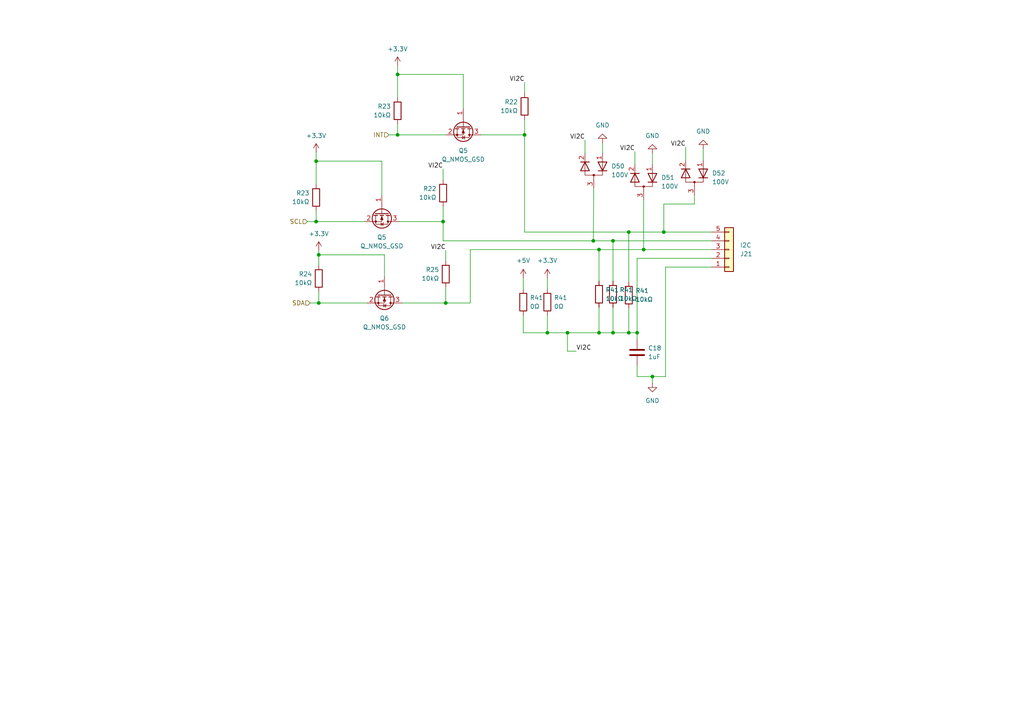
<source format=kicad_sch>
(kicad_sch (version 20230121) (generator eeschema)
  (paper "A4")
  (lib_symbols
    (symbol "Connector_Generic:Conn_01x05" (pin_names (offset 1.016) hide)
      (property "Reference" "J" (at 0 7.62 0))
      (property "Value" "Conn_01x05" (at 0 -7.62 0))
      (symbol "Conn_01x05_1_1"
        (rectangle (start -1.27 -4.953) (end 0 -5.207) (stroke (width 0.1524)))
        (rectangle (start -1.27 -2.413) (end 0 -2.667) (stroke (width 0.1524)))
        (rectangle (start -1.27 0.127) (end 0 -0.127) (stroke (width 0.1524)))
        (rectangle (start -1.27 2.667) (end 0 2.413) (stroke (width 0.1524)))
        (rectangle (start -1.27 5.207) (end 0 4.953) (stroke (width 0.1524)))
        (rectangle (start -1.27 6.35) (end 1.27 -6.35) (stroke (width 0.254)) (fill (type background)))
        (pin passive line (at -5.08 5.08 0) (length 3.81) (name "Pin_1") (number "1"))
        (pin passive line (at -5.08 2.54 0) (length 3.81) (name "Pin_2") (number "2"))
        (pin passive line (at -5.08 0 0) (length 3.81) (name "Pin_3") (number "3"))
        (pin passive line (at -5.08 -2.54 0) (length 3.81) (name "Pin_4") (number "4"))
        (pin passive line (at -5.08 -5.08 0) (length 3.81) (name "Pin_5") (number "5"))
      )
    )
    (symbol "Device:C" (pin_numbers hide) (pin_names (offset 0.254))
      (property "Reference" "C" (at 0.635 2.54 0))
      (property "Value" "C" (at 0.635 -2.54 0))
      (symbol "C_0_1"
        (polyline (pts (xy -2.032 -0.762) (xy 2.032 -0.762)) (stroke (width 0.508)))
        (polyline (pts (xy -2.032 0.762) (xy 2.032 0.762)) (stroke (width 0.508)))
      )
      (symbol "C_1_1"
        (pin passive line (at 0 3.81 270) (length 2.794) (name "~") (number "1"))
        (pin passive line (at 0 -3.81 90) (length 2.794) (name "~") (number "2"))
      )
    )
    (symbol "Device:D_Dual_Series_AKC_Parallel" (pin_names (offset 0.762) hide)
      (property "Reference" "D" (at 0 5.08 0))
      (property "Value" "D_Dual_Series_AKC_Parallel" (at 0 -5.08 0))
      (symbol "D_Dual_Series_AKC_Parallel_0_0"
        (polyline (pts (xy 0 -1.27) (xy 0 -3.81)) (stroke (width 0.254)))
        (polyline (pts (xy 2.54 3.81) (xy 2.54 1.27)) (stroke (width 0.254)))
      )
      (symbol "D_Dual_Series_AKC_Parallel_0_1"
        (circle (center -1.27 0) (radius 0.254) (fill (type outline)))
        (polyline (pts (xy -1.27 0) (xy -2.54 0)))
        (polyline (pts (xy 2.54 2.54) (xy -1.27 2.54) (xy -1.27 -2.54) (xy 2.54 -2.54)))
        (polyline (pts (xy 0 3.81) (xy 2.54 2.54) (xy 0 1.27) (xy 0 3.81) (xy 0 3.81) (xy 0 3.81)) (stroke (width 0.254)))
        (polyline (pts (xy 2.54 -1.27) (xy 0 -2.54) (xy 2.54 -3.81) (xy 2.54 -1.27) (xy 2.54 -1.27) (xy 2.54 -1.27)) (stroke (width 0.254)))
        (pin passive line (at 5.08 -2.54 180) (length 2.54) (name "K") (number "1"))
        (pin passive line (at 5.08 2.54 180) (length 2.54) (name "K") (number "2"))
        (pin passive line (at -5.08 0 0) (length 2.54) (name "A") (number "3"))
      )
    )
    (symbol "Device:Q_NMOS_GSD" (pin_names (offset 0) hide)
      (property "Reference" "Q" (at 5.08 1.27 0))
      (property "Value" "Q_NMOS_GSD" (at 5.08 -1.27 0))
      (symbol "Q_NMOS_GSD_0_1"
        (polyline (pts (xy 0.254 0) (xy -2.54 0)))
        (polyline (pts (xy 0.254 1.905) (xy 0.254 -1.905)) (stroke (width 0.254)))
        (polyline (pts (xy 0.762 -1.27) (xy 0.762 -2.286)) (stroke (width 0.254)))
        (polyline (pts (xy 0.762 0.508) (xy 0.762 -0.508)) (stroke (width 0.254)))
        (polyline (pts (xy 0.762 2.286) (xy 0.762 1.27)) (stroke (width 0.254)))
        (polyline (pts (xy 2.54 2.54) (xy 2.54 1.778)))
        (polyline (pts (xy 2.54 -2.54) (xy 2.54 0) (xy 0.762 0)))
        (polyline (pts (xy 0.762 -1.778) (xy 3.302 -1.778) (xy 3.302 1.778) (xy 0.762 1.778)))
        (polyline (pts (xy 1.016 0) (xy 2.032 0.381) (xy 2.032 -0.381) (xy 1.016 0)) (fill (type outline)))
        (polyline (pts (xy 2.794 0.508) (xy 2.921 0.381) (xy 3.683 0.381) (xy 3.81 0.254)))
        (polyline (pts (xy 3.302 0.381) (xy 2.921 -0.254) (xy 3.683 -0.254) (xy 3.302 0.381)))
        (circle (center 1.651 0) (radius 2.794) (stroke (width 0.254)))
        (circle (center 2.54 -1.778) (radius 0.254) (fill (type outline)))
        (circle (center 2.54 1.778) (radius 0.254) (fill (type outline)))
      )
      (symbol "Q_NMOS_GSD_1_1"
        (pin input line (at -5.08 0 0) (length 2.54) (name "G") (number "1"))
        (pin passive line (at 2.54 -5.08 90) (length 2.54) (name "S") (number "2"))
        (pin passive line (at 2.54 5.08 270) (length 2.54) (name "D") (number "3"))
      )
    )
    (symbol "Device:R" (pin_numbers hide) (pin_names (offset 0))
      (property "Reference" "R" (at 2.032 0 90))
      (property "Value" "R" (at 0 0 90))
      (symbol "R_0_1"
        (rectangle (start -1.016 -2.54) (end 1.016 2.54) (stroke (width 0.254)))
      )
      (symbol "R_1_1"
        (pin passive line (at 0 3.81 270) (length 1.27) (name "~") (number "1"))
        (pin passive line (at 0 -3.81 90) (length 1.27) (name "~") (number "2"))
      )
    )
    (symbol "power:+3.3V" (power) (pin_names (offset 0))
      (property "Value" "+3.3V" (at 0 3.556 0))
      (symbol "+3.3V_0_1"
        (polyline (pts (xy -0.762 1.27) (xy 0 2.54)))
        (polyline (pts (xy 0 0) (xy 0 2.54)))
        (polyline (pts (xy 0 2.54) (xy 0.762 1.27)))
      )
      (symbol "+3.3V_1_1"
        (pin power_in line (at 0 0 90) (length 0) hide (name "+3.3V") (number "1"))
      )
    )
    (symbol "power:+5V" (power) (pin_names (offset 0))
      (property "Value" "+5V" (at 0 3.556 0))
      (symbol "+5V_0_1"
        (polyline (pts (xy -0.762 1.27) (xy 0 2.54)))
        (polyline (pts (xy 0 0) (xy 0 2.54)))
        (polyline (pts (xy 0 2.54) (xy 0.762 1.27)))
      )
      (symbol "+5V_1_1"
        (pin power_in line (at 0 0 90) (length 0) hide (name "+5V") (number "1"))
      )
    )
    (symbol "power:GND" (power) (pin_names (offset 0))
      (property "Value" "GND" (at 0 -3.81 0))
      (symbol "GND_0_1"
        (polyline (pts (xy 0 0) (xy 0 -1.27) (xy 1.27 -1.27) (xy 0 -2.54) (xy -1.27 -1.27) (xy 0 -1.27)))
      )
      (symbol "GND_1_1"
        (pin power_in line (at 0 0 270) (length 0) hide (name "GND") (number "1"))
      )
    )
  )
  (junction (at 173.736 96.52))
  (junction (at 164.592 96.52))
  (junction (at 92.456 73.914))
  (junction (at 158.75 96.52))
  (junction (at 177.8 69.85))
  (junction (at 172.085 69.85))
  (junction (at 184.785 96.52))
  (junction (at 182.372 96.52))
  (junction (at 129.286 87.884))
  (junction (at 189.23 109.22))
  (junction (at 115.316 39.116))
  (junction (at 115.316 21.59))
  (junction (at 92.456 87.884))
  (junction (at 186.69 72.39))
  (junction (at 152.146 39.116))
  (junction (at 173.736 72.39))
  (junction (at 192.532 67.31))
  (junction (at 91.694 64.262))
  (junction (at 91.694 46.736))
  (junction (at 128.524 64.262))
  (junction (at 182.372 67.31))
  (junction (at 177.8 96.52))
  (wire (pts (xy 106.426 87.884) (xy 92.456 87.884)))
  (wire (pts (xy 91.694 46.736) (xy 91.694 53.467)))
  (wire (pts (xy 92.456 73.914) (xy 92.456 76.962)))
  (wire (pts (xy 172.085 69.85) (xy 177.8 69.85)))
  (wire (pts (xy 91.694 44.196) (xy 91.694 46.736)))
  (wire (pts (xy 174.752 41.402) (xy 174.752 44.45)))
  (wire (pts (xy 91.694 61.087) (xy 91.694 64.262)))
  (wire (pts (xy 177.8 89.154) (xy 177.8 96.52)))
  (wire (pts (xy 111.506 80.264) (xy 111.506 73.914)))
  (wire (pts (xy 128.524 69.85) (xy 172.085 69.85)))
  (wire (pts (xy 184.785 109.22) (xy 184.785 106.045)))
  (wire (pts (xy 158.75 80.645) (xy 158.75 83.82)))
  (wire (pts (xy 192.532 59.182) (xy 192.532 67.31)))
  (wire (pts (xy 89.154 64.262) (xy 91.694 64.262)))
  (wire (pts (xy 177.8 69.85) (xy 206.375 69.85)))
  (wire (pts (xy 173.736 72.39) (xy 173.736 81.534)))
  (wire (pts (xy 189.23 109.22) (xy 184.785 109.22)))
  (wire (pts (xy 136.398 87.884) (xy 129.286 87.884)))
  (wire (pts (xy 173.736 72.39) (xy 186.69 72.39)))
  (wire (pts (xy 206.375 72.39) (xy 186.69 72.39)))
  (wire (pts (xy 151.765 80.645) (xy 151.765 83.82)))
  (wire (pts (xy 203.962 43.18) (xy 203.962 46.482)))
  (wire (pts (xy 129.286 72.644) (xy 129.286 75.692)))
  (wire (pts (xy 184.15 43.942) (xy 184.15 47.752)))
  (wire (pts (xy 115.316 21.59) (xy 115.316 28.321)))
  (wire (pts (xy 112.776 39.116) (xy 115.316 39.116)))
  (wire (pts (xy 201.422 59.182) (xy 192.532 59.182)))
  (wire (pts (xy 186.69 57.912) (xy 186.69 72.39)))
  (wire (pts (xy 184.785 96.52) (xy 184.785 98.425)))
  (wire (pts (xy 136.398 72.39) (xy 173.736 72.39)))
  (wire (pts (xy 189.23 109.22) (xy 189.23 111.125)))
  (wire (pts (xy 192.532 67.31) (xy 206.375 67.31)))
  (wire (pts (xy 164.592 96.52) (xy 173.736 96.52)))
  (wire (pts (xy 152.146 67.31) (xy 182.372 67.31)))
  (wire (pts (xy 164.592 101.854) (xy 164.592 96.52)))
  (wire (pts (xy 184.785 96.52) (xy 184.785 74.93)))
  (wire (pts (xy 152.146 39.116) (xy 152.146 67.31)))
  (wire (pts (xy 167.132 101.854) (xy 164.592 101.854)))
  (wire (pts (xy 110.744 46.736) (xy 110.744 56.642)))
  (wire (pts (xy 193.04 77.47) (xy 193.04 109.22)))
  (wire (pts (xy 128.524 64.262) (xy 115.824 64.262)))
  (wire (pts (xy 177.8 69.85) (xy 177.8 81.534)))
  (wire (pts (xy 91.694 46.736) (xy 110.744 46.736)))
  (wire (pts (xy 182.372 67.31) (xy 182.372 81.788)))
  (wire (pts (xy 129.286 39.116) (xy 115.316 39.116)))
  (wire (pts (xy 158.75 96.52) (xy 164.592 96.52)))
  (wire (pts (xy 152.146 39.116) (xy 139.446 39.116)))
  (wire (pts (xy 105.664 64.262) (xy 91.694 64.262)))
  (wire (pts (xy 129.286 83.312) (xy 129.286 87.884)))
  (wire (pts (xy 206.375 77.47) (xy 193.04 77.47)))
  (wire (pts (xy 158.75 91.44) (xy 158.75 96.52)))
  (wire (pts (xy 182.372 96.52) (xy 184.785 96.52)))
  (wire (pts (xy 152.146 34.671) (xy 152.146 39.116)))
  (wire (pts (xy 184.785 74.93) (xy 206.375 74.93)))
  (wire (pts (xy 201.422 56.642) (xy 201.422 59.182)))
  (wire (pts (xy 151.765 96.52) (xy 158.75 96.52)))
  (wire (pts (xy 172.085 69.85) (xy 172.212 54.61)))
  (wire (pts (xy 115.316 21.59) (xy 134.366 21.59)))
  (wire (pts (xy 115.316 19.05) (xy 115.316 21.59)))
  (wire (pts (xy 173.736 96.52) (xy 177.8 96.52)))
  (wire (pts (xy 128.524 49.022) (xy 128.524 52.197)))
  (wire (pts (xy 92.456 72.644) (xy 92.456 73.914)))
  (wire (pts (xy 115.316 35.941) (xy 115.316 39.116)))
  (wire (pts (xy 193.04 109.22) (xy 189.23 109.22)))
  (wire (pts (xy 182.372 67.31) (xy 192.532 67.31)))
  (wire (pts (xy 173.736 89.154) (xy 173.736 96.52)))
  (wire (pts (xy 92.456 73.914) (xy 111.506 73.914)))
  (wire (pts (xy 128.524 59.817) (xy 128.524 64.262)))
  (wire (pts (xy 177.8 96.52) (xy 182.372 96.52)))
  (wire (pts (xy 89.916 87.884) (xy 92.456 87.884)))
  (wire (pts (xy 136.398 72.39) (xy 136.398 87.884)))
  (wire (pts (xy 152.146 23.876) (xy 152.146 27.051)))
  (wire (pts (xy 169.672 40.64) (xy 169.672 44.45)))
  (wire (pts (xy 134.366 21.59) (xy 134.366 31.496)))
  (wire (pts (xy 151.765 91.44) (xy 151.765 96.52)))
  (wire (pts (xy 92.456 84.582) (xy 92.456 87.884)))
  (wire (pts (xy 128.524 69.85) (xy 128.524 64.262)))
  (wire (pts (xy 129.286 87.884) (xy 116.586 87.884)))
  (wire (pts (xy 189.23 44.45) (xy 189.23 47.752)))
  (wire (pts (xy 182.372 89.408) (xy 182.372 96.52)))
  (wire (pts (xy 198.882 42.672) (xy 198.882 46.482)))
  (label "VI2C" (at 198.882 42.672 180))
  (label "VI2C" (at 128.524 49.022 180))
  (label "VI2C" (at 184.15 43.942 180))
  (label "VI2C" (at 152.146 23.876 180))
  (label "VI2C" (at 167.132 101.854 0))
  (label "VI2C" (at 169.672 40.64 180))
  (label "VI2C" (at 129.286 72.644 180))
  (hierarchical_label "INT" (shape input) (at 112.776 39.116 180))
  (hierarchical_label "SCL" (shape input) (at 89.154 64.262 180))
  (hierarchical_label "SDA" (shape input) (at 89.916 87.884 180))
  (symbol (lib_id "Device:D_Dual_Series_AKC_Parallel") (at 186.69 52.832 90) (unit 1)
    (property "Reference" "D2" (at 191.77 51.4985 90) (effects (justify right)))
    (property "Value" "100V" (at 191.77 54.0385 90) (effects (justify right)))
    (property "Footprint" "Package_TO_SOT_SMD:SOT-23-3" (effects hide))
    (instances (project "PicoIrrigation" (path "" (reference "D51") (unit 1)) (path "" (reference "D54") (unit 1))))
  )
  (symbol (lib_id "Device:Q_NMOS_GSD") (at 110.744 61.722 270) (unit 1)
    (property "Reference" "Q5" (at 110.744 68.834 90))
    (property "Value" "Q_NMOS_GSD" (at 110.744 71.374 90))
    (property "Footprint" "Package_TO_SOT_SMD:SOT-23" (effects hide))
    (instances (project "PicoIrrigation" (path "" (reference "Q5") (unit 1)) (path "" (reference "Q4") (unit 1)) (path "" (reference "Q6") (unit 1))))
  )
  (symbol (lib_id "Device:D_Dual_Series_AKC_Parallel") (at 172.212 49.53 90) (unit 1)
    (property "Reference" "D1" (at 177.292 48.1965 90) (effects (justify right)))
    (property "Value" "100V" (at 177.292 50.7365 90) (effects (justify right)))
    (property "Footprint" "Package_TO_SOT_SMD:SOT-23-3" (effects hide))
    (instances (project "PicoIrrigation" (path "" (reference "D50") (unit 1)) (path "" (reference "D53") (unit 1))))
  )
  (symbol (lib_id "Device:R") (at 177.8 85.344 180) (unit 1)
    (property "Reference" "R41" (at 179.705 84.074 0) (effects (justify right)))
    (property "Value" "10kΩ" (at 179.705 86.614 0) (effects (justify right)))
    (property "Footprint" "Resistor_SMD:R_0805_2012Metric" (effects hide))
    (instances (project "PicoIrrigation" (path "" (reference "R41") (unit 1)) (path "" (reference "R85") (unit 1)) (path "" (reference "R91") (unit 1))))
  )
  (symbol (lib_id "Device:R") (at 91.694 57.277 0) (mirror x) (unit 1)
    (property "Reference" "R23" (at 89.789 56.007 0) (effects (justify right)))
    (property "Value" "10kΩ" (at 89.789 58.547 0) (effects (justify right)))
    (property "Footprint" "Resistor_SMD:R_0805_2012Metric" (effects hide))
    (instances (project "PicoIrrigation" (path "" (reference "R23") (unit 1)) (path "" (reference "R29") (unit 1)) (path "" (reference "R33") (unit 1))))
  )
  (symbol (lib_id "Device:R") (at 152.146 30.861 0) (mirror x) (unit 1)
    (property "Reference" "R22" (at 150.241 29.591 0) (effects (justify right)))
    (property "Value" "10kΩ" (at 150.241 32.131 0) (effects (justify right)))
    (property "Footprint" "Resistor_SMD:R_0805_2012Metric" (effects hide))
    (instances (project "PicoIrrigation" (path "" (reference "R22") (unit 1)) (path "" (reference "R39") (unit 1)) (path "" (reference "R41") (unit 1))))
  )
  (symbol (lib_id "Device:R") (at 115.316 32.131 0) (mirror x) (unit 1)
    (property "Reference" "R23" (at 113.411 30.861 0) (effects (justify right)))
    (property "Value" "10kΩ" (at 113.411 33.401 0) (effects (justify right)))
    (property "Footprint" "Resistor_SMD:R_0805_2012Metric" (effects hide))
    (instances (project "PicoIrrigation" (path "" (reference "R23") (unit 1)) (path "" (reference "R37") (unit 1)) (path "" (reference "R40") (unit 1))))
  )
  (symbol (lib_id "power:GND") (at 203.962 43.18 180) (unit 1)
    (property "Reference" "#PWR027" (effects hide))
    (property "Value" "GND" (at 203.962 38.1 0))
    (instances (project "PicoIrrigation" (path "" (reference "#PWR0156") (unit 1)) (path "" (reference "#PWR0164") (unit 1))))
  )
  (symbol (lib_id "power:GND") (at 189.23 44.45 180) (unit 1)
    (property "Reference" "#PWR024" (effects hide))
    (property "Value" "GND" (at 189.23 39.37 0))
    (instances (project "PicoIrrigation" (path "" (reference "#PWR080") (unit 1)) (path "" (reference "#PWR0162") (unit 1))))
  )
  (symbol (lib_id "Device:D_Dual_Series_AKC_Parallel") (at 201.422 51.562 90) (unit 1)
    (property "Reference" "D3" (at 206.502 50.2285 90) (effects (justify right)))
    (property "Value" "100V" (at 206.502 52.7685 90) (effects (justify right)))
    (property "Footprint" "Package_TO_SOT_SMD:SOT-23-3" (effects hide))
    (instances (project "PicoIrrigation" (path "" (reference "D52") (unit 1)) (path "" (reference "D55") (unit 1))))
  )
  (symbol (lib_id "power:+5V") (at 151.765 80.645 0) (unit 1)
    (property "Reference" "#PWR019" (effects hide))
    (property "Value" "+5V" (at 151.765 75.565 0))
    (instances (project "PicoIrrigation" (path "" (reference "#PWR035") (unit 1)) (path "" (reference "#PWR0157") (unit 1))))
  )
  (symbol (lib_id "power:+3.3V") (at 91.694 44.196 0) (unit 1)
    (property "Reference" "#PWR015" (effects hide))
    (property "Value" "+3.3V" (at 91.694 39.37 0))
    (instances (project "PicoIrrigation" (path "" (reference "#PWR015") (unit 1)) (path "" (reference "#PWR016") (unit 1))))
  )
  (symbol (lib_id "Device:R") (at 182.372 85.598 180) (unit 1)
    (property "Reference" "R41" (at 184.277 84.328 0) (effects (justify right)))
    (property "Value" "10kΩ" (at 184.277 86.868 0) (effects (justify right)))
    (property "Footprint" "Resistor_SMD:R_0805_2012Metric" (effects hide))
    (instances (project "PicoIrrigation" (path "" (reference "R41") (unit 1)) (path "" (reference "R87") (unit 1)) (path "" (reference "R92") (unit 1))))
  )
  (symbol (lib_id "Device:Q_NMOS_GSD") (at 111.506 85.344 270) (unit 1)
    (property "Reference" "Q6" (at 111.506 92.329 90))
    (property "Value" "Q_NMOS_GSD" (at 111.506 94.869 90))
    (property "Footprint" "Package_TO_SOT_SMD:SOT-23" (effects hide))
    (instances (project "PicoIrrigation" (path "" (reference "Q6") (unit 1)) (path "" (reference "Q5") (unit 1)) (path "" (reference "Q7") (unit 1))))
  )
  (symbol (lib_id "Device:R") (at 158.75 87.63 180) (unit 1)
    (property "Reference" "R41" (at 160.655 86.36 0) (effects (justify right)))
    (property "Value" "0Ω" (at 160.655 88.9 0) (effects (justify right)))
    (property "Footprint" "Resistor_SMD:R_0805_2012Metric" (effects hide))
    (instances (project "PicoIrrigation" (path "" (reference "R41") (unit 1)) (path "" (reference "R83") (unit 1)) (path "" (reference "R89") (unit 1))))
  )
  (symbol (lib_id "Device:R") (at 151.765 87.63 180) (unit 1)
    (property "Reference" "R41" (at 153.67 86.36 0) (effects (justify right)))
    (property "Value" "0Ω" (at 153.67 88.9 0) (effects (justify right)))
    (property "Footprint" "Resistor_SMD:R_0805_2012Metric" (effects hide))
    (instances (project "PicoIrrigation" (path "" (reference "R41") (unit 1)) (path "" (reference "R82") (unit 1)) (path "" (reference "R88") (unit 1))))
  )
  (symbol (lib_id "power:+3.3V") (at 158.75 80.645 0) (unit 1)
    (property "Reference" "#PWR020" (effects hide))
    (property "Value" "+3.3V" (at 158.75 75.565 0))
    (instances (project "PicoIrrigation" (path "" (reference "#PWR044") (unit 1)) (path "" (reference "#PWR0158") (unit 1))))
  )
  (symbol (lib_id "power:+3.3V") (at 92.456 72.644 0) (unit 1)
    (property "Reference" "#PWR017" (effects hide))
    (property "Value" "+3.3V" (at 92.456 67.818 0))
    (instances (project "PicoIrrigation" (path "" (reference "#PWR017") (unit 1)) (path "" (reference "#PWR018") (unit 1))))
  )
  (symbol (lib_id "Device:R") (at 173.736 85.344 180) (unit 1)
    (property "Reference" "R41" (at 175.641 84.074 0) (effects (justify right)))
    (property "Value" "10kΩ" (at 175.641 86.614 0) (effects (justify right)))
    (property "Footprint" "Resistor_SMD:R_0805_2012Metric" (effects hide))
    (instances (project "PicoIrrigation" (path "" (reference "R41") (unit 1)) (path "" (reference "R84") (unit 1)) (path "" (reference "R90") (unit 1))))
  )
  (symbol (lib_id "power:GND") (at 189.23 111.125 0) (unit 1)
    (property "Reference" "#PWR025" (effects hide))
    (property "Value" "GND" (at 189.23 116.205 0))
    (instances (project "PicoIrrigation" (path "" (reference "#PWR089") (unit 1)) (path "" (reference "#PWR0163") (unit 1))))
  )
  (symbol (lib_id "Device:R") (at 92.456 80.772 0) (mirror x) (unit 1)
    (property "Reference" "R24" (at 90.551 79.502 0) (effects (justify right)))
    (property "Value" "10kΩ" (at 90.551 82.042 0) (effects (justify right)))
    (property "Footprint" "Resistor_SMD:R_0805_2012Metric" (effects hide))
    (instances (project "PicoIrrigation" (path "" (reference "R24") (unit 1)) (path "" (reference "R30") (unit 1)) (path "" (reference "R34") (unit 1))))
  )
  (symbol (lib_id "Device:Q_NMOS_GSD") (at 134.366 36.576 270) (unit 1)
    (property "Reference" "Q5" (at 134.366 43.688 90))
    (property "Value" "Q_NMOS_GSD" (at 134.366 46.228 90))
    (property "Footprint" "Package_TO_SOT_SMD:SOT-23" (effects hide))
    (instances (project "PicoIrrigation" (path "" (reference "Q5") (unit 1)) (path "" (reference "Q8") (unit 1)) (path "" (reference "Q9") (unit 1))))
  )
  (symbol (lib_id "power:+3.3V") (at 115.316 19.05 0) (unit 1)
    (property "Reference" "#PWR019" (effects hide))
    (property "Value" "+3.3V" (at 115.316 14.224 0))
    (instances (project "PicoIrrigation" (path "" (reference "#PWR019") (unit 1)) (path "" (reference "#PWR020") (unit 1))))
  )
  (symbol (lib_id "Device:C") (at 184.785 102.235 0) (unit 1)
    (property "Reference" "C4" (at 187.96 100.965 0) (effects (justify left)))
    (property "Value" "1uF" (at 187.96 103.505 0) (effects (justify left)))
    (property "Footprint" "Capacitor_SMD:C_0805_2012Metric" (effects hide))
    (instances (project "PicoIrrigation" (path "" (reference "C18") (unit 1)) (path "" (reference "C21") (unit 1))))
  )
  (symbol (lib_id "Device:R") (at 128.524 56.007 0) (mirror x) (unit 1)
    (property "Reference" "R22" (at 126.619 54.737 0) (effects (justify right)))
    (property "Value" "10kΩ" (at 126.619 57.277 0) (effects (justify right)))
    (property "Footprint" "Resistor_SMD:R_0805_2012Metric" (effects hide))
    (instances (project "PicoIrrigation" (path "" (reference "R22") (unit 1)) (path "" (reference "R31") (unit 1)) (path "" (reference "R35") (unit 1))))
  )
  (symbol (lib_id "Device:R") (at 129.286 79.502 0) (mirror x) (unit 1)
    (property "Reference" "R25" (at 127.381 78.232 0) (effects (justify right)))
    (property "Value" "10kΩ" (at 127.381 80.772 0) (effects (justify right)))
    (property "Footprint" "Resistor_SMD:R_0805_2012Metric" (effects hide))
    (instances (project "PicoIrrigation" (path "" (reference "R25") (unit 1)) (path "" (reference "R32") (unit 1)) (path "" (reference "R36") (unit 1))))
  )
  (symbol (lib_id "Connector_Generic:Conn_01x05") (at 211.455 72.39 0) (mirror x) (unit 1)
    (property "Reference" "J5" (at 214.63 73.66 0) (effects (justify left)))
    (property "Value" "I2C" (at 214.63 71.12 0) (effects (justify left)))
    (property "Footprint" "Connector_PinHeader_2.54mm:PinHeader_1x05_P2.54mm_Vertical" (effects hide))
    (instances (project "PicoIrrigation" (path "" (reference "J21") (unit 1)) (path "" (reference "J22") (unit 1))))
  )
  (symbol (lib_id "power:GND") (at 174.752 41.402 180) (unit 1)
    (property "Reference" "#PWR022" (effects hide))
    (property "Value" "GND" (at 174.752 36.322 0))
    (instances (project "PicoIrrigation" (path "" (reference "#PWR062") (unit 1)) (path "" (reference "#PWR0160") (unit 1))))
  )
)
</source>
